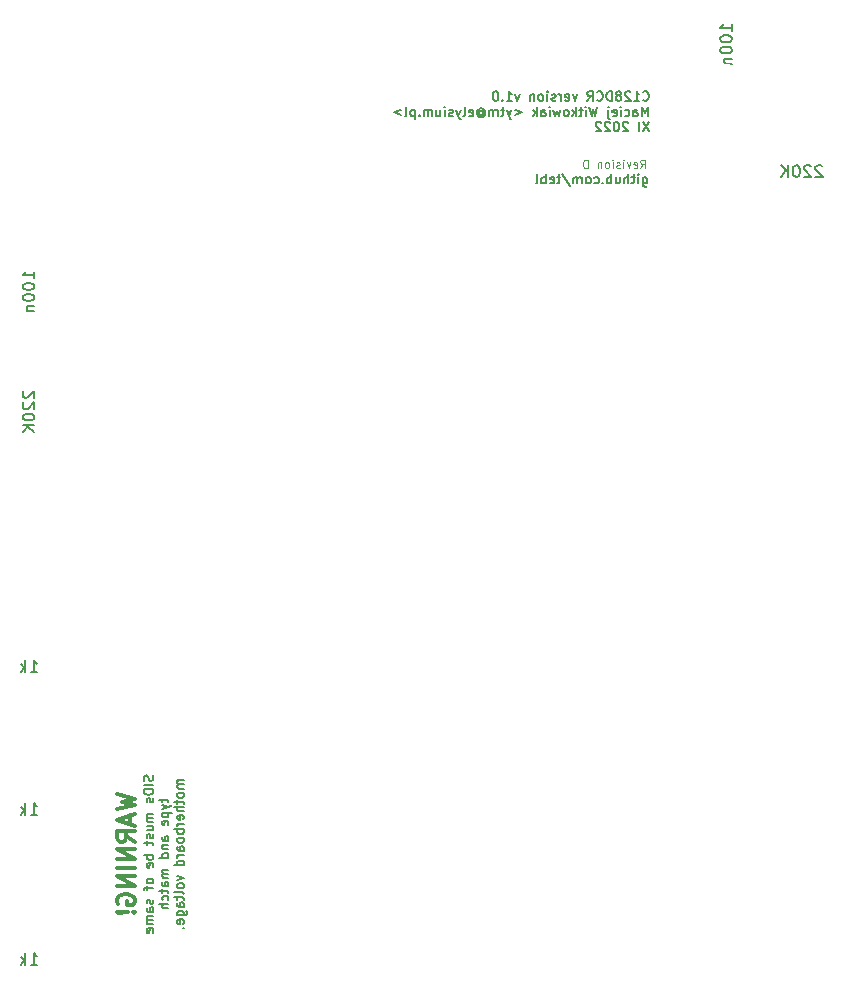
<source format=gbo>
G04 #@! TF.GenerationSoftware,KiCad,Pcbnew,(6.0.5)*
G04 #@! TF.CreationDate,2023-01-02T22:47:37+01:00*
G04 #@! TF.ProjectId,C128DCR Dual SID,43313238-4443-4522-9044-75616c205349,D*
G04 #@! TF.SameCoordinates,Original*
G04 #@! TF.FileFunction,Legend,Bot*
G04 #@! TF.FilePolarity,Positive*
%FSLAX46Y46*%
G04 Gerber Fmt 4.6, Leading zero omitted, Abs format (unit mm)*
G04 Created by KiCad (PCBNEW (6.0.5)) date 2023-01-02 22:47:37*
%MOMM*%
%LPD*%
G01*
G04 APERTURE LIST*
%ADD10C,0.150000*%
%ADD11C,0.300000*%
%ADD12C,0.100000*%
%ADD13R,1.600000X1.600000*%
%ADD14O,1.600000X1.600000*%
%ADD15C,1.600000*%
%ADD16R,1.700000X1.700000*%
%ADD17O,1.700000X1.700000*%
%ADD18C,2.340000*%
%ADD19C,2.500000*%
G04 APERTURE END LIST*
D10*
X155453809Y-83013571D02*
X155453809Y-83661190D01*
X155491904Y-83737380D01*
X155530000Y-83775476D01*
X155606190Y-83813571D01*
X155720476Y-83813571D01*
X155796666Y-83775476D01*
X155453809Y-83508809D02*
X155530000Y-83546904D01*
X155682380Y-83546904D01*
X155758571Y-83508809D01*
X155796666Y-83470714D01*
X155834761Y-83394523D01*
X155834761Y-83165952D01*
X155796666Y-83089761D01*
X155758571Y-83051666D01*
X155682380Y-83013571D01*
X155530000Y-83013571D01*
X155453809Y-83051666D01*
X155072857Y-83546904D02*
X155072857Y-83013571D01*
X155072857Y-82746904D02*
X155110952Y-82785000D01*
X155072857Y-82823095D01*
X155034761Y-82785000D01*
X155072857Y-82746904D01*
X155072857Y-82823095D01*
X154806190Y-83013571D02*
X154501428Y-83013571D01*
X154691904Y-82746904D02*
X154691904Y-83432619D01*
X154653809Y-83508809D01*
X154577619Y-83546904D01*
X154501428Y-83546904D01*
X154234761Y-83546904D02*
X154234761Y-82746904D01*
X153891904Y-83546904D02*
X153891904Y-83127857D01*
X153930000Y-83051666D01*
X154006190Y-83013571D01*
X154120476Y-83013571D01*
X154196666Y-83051666D01*
X154234761Y-83089761D01*
X153168095Y-83013571D02*
X153168095Y-83546904D01*
X153510952Y-83013571D02*
X153510952Y-83432619D01*
X153472857Y-83508809D01*
X153396666Y-83546904D01*
X153282380Y-83546904D01*
X153206190Y-83508809D01*
X153168095Y-83470714D01*
X152787142Y-83546904D02*
X152787142Y-82746904D01*
X152787142Y-83051666D02*
X152710952Y-83013571D01*
X152558571Y-83013571D01*
X152482380Y-83051666D01*
X152444285Y-83089761D01*
X152406190Y-83165952D01*
X152406190Y-83394523D01*
X152444285Y-83470714D01*
X152482380Y-83508809D01*
X152558571Y-83546904D01*
X152710952Y-83546904D01*
X152787142Y-83508809D01*
X152063333Y-83470714D02*
X152025238Y-83508809D01*
X152063333Y-83546904D01*
X152101428Y-83508809D01*
X152063333Y-83470714D01*
X152063333Y-83546904D01*
X151339523Y-83508809D02*
X151415714Y-83546904D01*
X151568095Y-83546904D01*
X151644285Y-83508809D01*
X151682380Y-83470714D01*
X151720476Y-83394523D01*
X151720476Y-83165952D01*
X151682380Y-83089761D01*
X151644285Y-83051666D01*
X151568095Y-83013571D01*
X151415714Y-83013571D01*
X151339523Y-83051666D01*
X150882380Y-83546904D02*
X150958571Y-83508809D01*
X150996666Y-83470714D01*
X151034761Y-83394523D01*
X151034761Y-83165952D01*
X150996666Y-83089761D01*
X150958571Y-83051666D01*
X150882380Y-83013571D01*
X150768095Y-83013571D01*
X150691904Y-83051666D01*
X150653809Y-83089761D01*
X150615714Y-83165952D01*
X150615714Y-83394523D01*
X150653809Y-83470714D01*
X150691904Y-83508809D01*
X150768095Y-83546904D01*
X150882380Y-83546904D01*
X150272857Y-83546904D02*
X150272857Y-83013571D01*
X150272857Y-83089761D02*
X150234761Y-83051666D01*
X150158571Y-83013571D01*
X150044285Y-83013571D01*
X149968095Y-83051666D01*
X149930000Y-83127857D01*
X149930000Y-83546904D01*
X149930000Y-83127857D02*
X149891904Y-83051666D01*
X149815714Y-83013571D01*
X149701428Y-83013571D01*
X149625238Y-83051666D01*
X149587142Y-83127857D01*
X149587142Y-83546904D01*
X148634761Y-82708809D02*
X149320476Y-83737380D01*
X148482380Y-83013571D02*
X148177619Y-83013571D01*
X148368095Y-82746904D02*
X148368095Y-83432619D01*
X148330000Y-83508809D01*
X148253809Y-83546904D01*
X148177619Y-83546904D01*
X147606190Y-83508809D02*
X147682380Y-83546904D01*
X147834761Y-83546904D01*
X147910952Y-83508809D01*
X147949047Y-83432619D01*
X147949047Y-83127857D01*
X147910952Y-83051666D01*
X147834761Y-83013571D01*
X147682380Y-83013571D01*
X147606190Y-83051666D01*
X147568095Y-83127857D01*
X147568095Y-83204047D01*
X147949047Y-83280238D01*
X147225238Y-83546904D02*
X147225238Y-82746904D01*
X147225238Y-83051666D02*
X147149047Y-83013571D01*
X146996666Y-83013571D01*
X146920476Y-83051666D01*
X146882380Y-83089761D01*
X146844285Y-83165952D01*
X146844285Y-83394523D01*
X146882380Y-83470714D01*
X146920476Y-83508809D01*
X146996666Y-83546904D01*
X147149047Y-83546904D01*
X147225238Y-83508809D01*
X146387142Y-83546904D02*
X146463333Y-83508809D01*
X146501428Y-83432619D01*
X146501428Y-82746904D01*
D11*
X110938571Y-135263571D02*
X112438571Y-135620714D01*
X111367142Y-135906428D01*
X112438571Y-136192142D01*
X110938571Y-136549285D01*
X112010000Y-137049285D02*
X112010000Y-137763571D01*
X112438571Y-136906428D02*
X110938571Y-137406428D01*
X112438571Y-137906428D01*
X112438571Y-139263571D02*
X111724285Y-138763571D01*
X112438571Y-138406428D02*
X110938571Y-138406428D01*
X110938571Y-138977857D01*
X111010000Y-139120714D01*
X111081428Y-139192142D01*
X111224285Y-139263571D01*
X111438571Y-139263571D01*
X111581428Y-139192142D01*
X111652857Y-139120714D01*
X111724285Y-138977857D01*
X111724285Y-138406428D01*
X112438571Y-139906428D02*
X110938571Y-139906428D01*
X112438571Y-140763571D01*
X110938571Y-140763571D01*
X112438571Y-141477857D02*
X110938571Y-141477857D01*
X112438571Y-142192142D02*
X110938571Y-142192142D01*
X112438571Y-143049285D01*
X110938571Y-143049285D01*
X111010000Y-144549285D02*
X110938571Y-144406428D01*
X110938571Y-144192142D01*
X111010000Y-143977857D01*
X111152857Y-143835000D01*
X111295714Y-143763571D01*
X111581428Y-143692142D01*
X111795714Y-143692142D01*
X112081428Y-143763571D01*
X112224285Y-143835000D01*
X112367142Y-143977857D01*
X112438571Y-144192142D01*
X112438571Y-144335000D01*
X112367142Y-144549285D01*
X112295714Y-144620714D01*
X111795714Y-144620714D01*
X111795714Y-144335000D01*
X112295714Y-145263571D02*
X112367142Y-145335000D01*
X112438571Y-145263571D01*
X112367142Y-145192142D01*
X112295714Y-145263571D01*
X112438571Y-145263571D01*
X111867142Y-145263571D02*
X111010000Y-145192142D01*
X110938571Y-145263571D01*
X111010000Y-145335000D01*
X111867142Y-145263571D01*
X110938571Y-145263571D01*
D12*
X155251666Y-82231666D02*
X155485000Y-81898333D01*
X155651666Y-82231666D02*
X155651666Y-81531666D01*
X155385000Y-81531666D01*
X155318333Y-81565000D01*
X155285000Y-81598333D01*
X155251666Y-81665000D01*
X155251666Y-81765000D01*
X155285000Y-81831666D01*
X155318333Y-81865000D01*
X155385000Y-81898333D01*
X155651666Y-81898333D01*
X154685000Y-82198333D02*
X154751666Y-82231666D01*
X154885000Y-82231666D01*
X154951666Y-82198333D01*
X154985000Y-82131666D01*
X154985000Y-81865000D01*
X154951666Y-81798333D01*
X154885000Y-81765000D01*
X154751666Y-81765000D01*
X154685000Y-81798333D01*
X154651666Y-81865000D01*
X154651666Y-81931666D01*
X154985000Y-81998333D01*
X154418333Y-81765000D02*
X154251666Y-82231666D01*
X154085000Y-81765000D01*
X153818333Y-82231666D02*
X153818333Y-81765000D01*
X153818333Y-81531666D02*
X153851666Y-81565000D01*
X153818333Y-81598333D01*
X153785000Y-81565000D01*
X153818333Y-81531666D01*
X153818333Y-81598333D01*
X153518333Y-82198333D02*
X153451666Y-82231666D01*
X153318333Y-82231666D01*
X153251666Y-82198333D01*
X153218333Y-82131666D01*
X153218333Y-82098333D01*
X153251666Y-82031666D01*
X153318333Y-81998333D01*
X153418333Y-81998333D01*
X153485000Y-81965000D01*
X153518333Y-81898333D01*
X153518333Y-81865000D01*
X153485000Y-81798333D01*
X153418333Y-81765000D01*
X153318333Y-81765000D01*
X153251666Y-81798333D01*
X152918333Y-82231666D02*
X152918333Y-81765000D01*
X152918333Y-81531666D02*
X152951666Y-81565000D01*
X152918333Y-81598333D01*
X152885000Y-81565000D01*
X152918333Y-81531666D01*
X152918333Y-81598333D01*
X152485000Y-82231666D02*
X152551666Y-82198333D01*
X152585000Y-82165000D01*
X152618333Y-82098333D01*
X152618333Y-81898333D01*
X152585000Y-81831666D01*
X152551666Y-81798333D01*
X152485000Y-81765000D01*
X152385000Y-81765000D01*
X152318333Y-81798333D01*
X152285000Y-81831666D01*
X152251666Y-81898333D01*
X152251666Y-82098333D01*
X152285000Y-82165000D01*
X152318333Y-82198333D01*
X152385000Y-82231666D01*
X152485000Y-82231666D01*
X151951666Y-81765000D02*
X151951666Y-82231666D01*
X151951666Y-81831666D02*
X151918333Y-81798333D01*
X151851666Y-81765000D01*
X151751666Y-81765000D01*
X151685000Y-81798333D01*
X151651666Y-81865000D01*
X151651666Y-82231666D01*
X150785000Y-82231666D02*
X150785000Y-81531666D01*
X150618333Y-81531666D01*
X150518333Y-81565000D01*
X150451666Y-81631666D01*
X150418333Y-81698333D01*
X150385000Y-81831666D01*
X150385000Y-81931666D01*
X150418333Y-82065000D01*
X150451666Y-82131666D01*
X150518333Y-82198333D01*
X150618333Y-82231666D01*
X150785000Y-82231666D01*
D10*
X155464880Y-76467714D02*
X155502976Y-76505809D01*
X155617261Y-76543904D01*
X155693452Y-76543904D01*
X155807738Y-76505809D01*
X155883928Y-76429619D01*
X155922023Y-76353428D01*
X155960119Y-76201047D01*
X155960119Y-76086761D01*
X155922023Y-75934380D01*
X155883928Y-75858190D01*
X155807738Y-75782000D01*
X155693452Y-75743904D01*
X155617261Y-75743904D01*
X155502976Y-75782000D01*
X155464880Y-75820095D01*
X154702976Y-76543904D02*
X155160119Y-76543904D01*
X154931547Y-76543904D02*
X154931547Y-75743904D01*
X155007738Y-75858190D01*
X155083928Y-75934380D01*
X155160119Y-75972476D01*
X154398214Y-75820095D02*
X154360119Y-75782000D01*
X154283928Y-75743904D01*
X154093452Y-75743904D01*
X154017261Y-75782000D01*
X153979166Y-75820095D01*
X153941071Y-75896285D01*
X153941071Y-75972476D01*
X153979166Y-76086761D01*
X154436309Y-76543904D01*
X153941071Y-76543904D01*
X153483928Y-76086761D02*
X153560119Y-76048666D01*
X153598214Y-76010571D01*
X153636309Y-75934380D01*
X153636309Y-75896285D01*
X153598214Y-75820095D01*
X153560119Y-75782000D01*
X153483928Y-75743904D01*
X153331547Y-75743904D01*
X153255357Y-75782000D01*
X153217261Y-75820095D01*
X153179166Y-75896285D01*
X153179166Y-75934380D01*
X153217261Y-76010571D01*
X153255357Y-76048666D01*
X153331547Y-76086761D01*
X153483928Y-76086761D01*
X153560119Y-76124857D01*
X153598214Y-76162952D01*
X153636309Y-76239142D01*
X153636309Y-76391523D01*
X153598214Y-76467714D01*
X153560119Y-76505809D01*
X153483928Y-76543904D01*
X153331547Y-76543904D01*
X153255357Y-76505809D01*
X153217261Y-76467714D01*
X153179166Y-76391523D01*
X153179166Y-76239142D01*
X153217261Y-76162952D01*
X153255357Y-76124857D01*
X153331547Y-76086761D01*
X152836309Y-76543904D02*
X152836309Y-75743904D01*
X152645833Y-75743904D01*
X152531547Y-75782000D01*
X152455357Y-75858190D01*
X152417261Y-75934380D01*
X152379166Y-76086761D01*
X152379166Y-76201047D01*
X152417261Y-76353428D01*
X152455357Y-76429619D01*
X152531547Y-76505809D01*
X152645833Y-76543904D01*
X152836309Y-76543904D01*
X151579166Y-76467714D02*
X151617261Y-76505809D01*
X151731547Y-76543904D01*
X151807738Y-76543904D01*
X151922023Y-76505809D01*
X151998214Y-76429619D01*
X152036309Y-76353428D01*
X152074404Y-76201047D01*
X152074404Y-76086761D01*
X152036309Y-75934380D01*
X151998214Y-75858190D01*
X151922023Y-75782000D01*
X151807738Y-75743904D01*
X151731547Y-75743904D01*
X151617261Y-75782000D01*
X151579166Y-75820095D01*
X150779166Y-76543904D02*
X151045833Y-76162952D01*
X151236309Y-76543904D02*
X151236309Y-75743904D01*
X150931547Y-75743904D01*
X150855357Y-75782000D01*
X150817261Y-75820095D01*
X150779166Y-75896285D01*
X150779166Y-76010571D01*
X150817261Y-76086761D01*
X150855357Y-76124857D01*
X150931547Y-76162952D01*
X151236309Y-76162952D01*
X149902976Y-76010571D02*
X149712500Y-76543904D01*
X149522023Y-76010571D01*
X148912500Y-76505809D02*
X148988690Y-76543904D01*
X149141071Y-76543904D01*
X149217261Y-76505809D01*
X149255357Y-76429619D01*
X149255357Y-76124857D01*
X149217261Y-76048666D01*
X149141071Y-76010571D01*
X148988690Y-76010571D01*
X148912500Y-76048666D01*
X148874404Y-76124857D01*
X148874404Y-76201047D01*
X149255357Y-76277238D01*
X148531547Y-76543904D02*
X148531547Y-76010571D01*
X148531547Y-76162952D02*
X148493452Y-76086761D01*
X148455357Y-76048666D01*
X148379166Y-76010571D01*
X148302976Y-76010571D01*
X148074404Y-76505809D02*
X147998214Y-76543904D01*
X147845833Y-76543904D01*
X147769642Y-76505809D01*
X147731547Y-76429619D01*
X147731547Y-76391523D01*
X147769642Y-76315333D01*
X147845833Y-76277238D01*
X147960119Y-76277238D01*
X148036309Y-76239142D01*
X148074404Y-76162952D01*
X148074404Y-76124857D01*
X148036309Y-76048666D01*
X147960119Y-76010571D01*
X147845833Y-76010571D01*
X147769642Y-76048666D01*
X147388690Y-76543904D02*
X147388690Y-76010571D01*
X147388690Y-75743904D02*
X147426785Y-75782000D01*
X147388690Y-75820095D01*
X147350595Y-75782000D01*
X147388690Y-75743904D01*
X147388690Y-75820095D01*
X146893452Y-76543904D02*
X146969642Y-76505809D01*
X147007738Y-76467714D01*
X147045833Y-76391523D01*
X147045833Y-76162952D01*
X147007738Y-76086761D01*
X146969642Y-76048666D01*
X146893452Y-76010571D01*
X146779166Y-76010571D01*
X146702976Y-76048666D01*
X146664880Y-76086761D01*
X146626785Y-76162952D01*
X146626785Y-76391523D01*
X146664880Y-76467714D01*
X146702976Y-76505809D01*
X146779166Y-76543904D01*
X146893452Y-76543904D01*
X146283928Y-76010571D02*
X146283928Y-76543904D01*
X146283928Y-76086761D02*
X146245833Y-76048666D01*
X146169642Y-76010571D01*
X146055357Y-76010571D01*
X145979166Y-76048666D01*
X145941071Y-76124857D01*
X145941071Y-76543904D01*
X145026785Y-76010571D02*
X144836309Y-76543904D01*
X144645833Y-76010571D01*
X143922023Y-76543904D02*
X144379166Y-76543904D01*
X144150595Y-76543904D02*
X144150595Y-75743904D01*
X144226785Y-75858190D01*
X144302976Y-75934380D01*
X144379166Y-75972476D01*
X143579166Y-76467714D02*
X143541071Y-76505809D01*
X143579166Y-76543904D01*
X143617261Y-76505809D01*
X143579166Y-76467714D01*
X143579166Y-76543904D01*
X143045833Y-75743904D02*
X142969642Y-75743904D01*
X142893452Y-75782000D01*
X142855357Y-75820095D01*
X142817261Y-75896285D01*
X142779166Y-76048666D01*
X142779166Y-76239142D01*
X142817261Y-76391523D01*
X142855357Y-76467714D01*
X142893452Y-76505809D01*
X142969642Y-76543904D01*
X143045833Y-76543904D01*
X143122023Y-76505809D01*
X143160119Y-76467714D01*
X143198214Y-76391523D01*
X143236309Y-76239142D01*
X143236309Y-76048666D01*
X143198214Y-75896285D01*
X143160119Y-75820095D01*
X143122023Y-75782000D01*
X143045833Y-75743904D01*
X155922023Y-77831904D02*
X155922023Y-77031904D01*
X155655357Y-77603333D01*
X155388690Y-77031904D01*
X155388690Y-77831904D01*
X154664880Y-77831904D02*
X154664880Y-77412857D01*
X154702976Y-77336666D01*
X154779166Y-77298571D01*
X154931547Y-77298571D01*
X155007738Y-77336666D01*
X154664880Y-77793809D02*
X154741071Y-77831904D01*
X154931547Y-77831904D01*
X155007738Y-77793809D01*
X155045833Y-77717619D01*
X155045833Y-77641428D01*
X155007738Y-77565238D01*
X154931547Y-77527142D01*
X154741071Y-77527142D01*
X154664880Y-77489047D01*
X153941071Y-77793809D02*
X154017261Y-77831904D01*
X154169642Y-77831904D01*
X154245833Y-77793809D01*
X154283928Y-77755714D01*
X154322023Y-77679523D01*
X154322023Y-77450952D01*
X154283928Y-77374761D01*
X154245833Y-77336666D01*
X154169642Y-77298571D01*
X154017261Y-77298571D01*
X153941071Y-77336666D01*
X153598214Y-77831904D02*
X153598214Y-77298571D01*
X153598214Y-77031904D02*
X153636309Y-77070000D01*
X153598214Y-77108095D01*
X153560119Y-77070000D01*
X153598214Y-77031904D01*
X153598214Y-77108095D01*
X152912500Y-77793809D02*
X152988690Y-77831904D01*
X153141071Y-77831904D01*
X153217261Y-77793809D01*
X153255357Y-77717619D01*
X153255357Y-77412857D01*
X153217261Y-77336666D01*
X153141071Y-77298571D01*
X152988690Y-77298571D01*
X152912500Y-77336666D01*
X152874404Y-77412857D01*
X152874404Y-77489047D01*
X153255357Y-77565238D01*
X152531547Y-77298571D02*
X152531547Y-77984285D01*
X152569642Y-78060476D01*
X152645833Y-78098571D01*
X152683928Y-78098571D01*
X152531547Y-77031904D02*
X152569642Y-77070000D01*
X152531547Y-77108095D01*
X152493452Y-77070000D01*
X152531547Y-77031904D01*
X152531547Y-77108095D01*
X151617261Y-77031904D02*
X151426785Y-77831904D01*
X151274404Y-77260476D01*
X151122023Y-77831904D01*
X150931547Y-77031904D01*
X150626785Y-77831904D02*
X150626785Y-77298571D01*
X150626785Y-77031904D02*
X150664880Y-77070000D01*
X150626785Y-77108095D01*
X150588690Y-77070000D01*
X150626785Y-77031904D01*
X150626785Y-77108095D01*
X150360119Y-77298571D02*
X150055357Y-77298571D01*
X150245833Y-77031904D02*
X150245833Y-77717619D01*
X150207738Y-77793809D01*
X150131547Y-77831904D01*
X150055357Y-77831904D01*
X149788690Y-77831904D02*
X149788690Y-77031904D01*
X149712500Y-77527142D02*
X149483928Y-77831904D01*
X149483928Y-77298571D02*
X149788690Y-77603333D01*
X149026785Y-77831904D02*
X149102976Y-77793809D01*
X149141071Y-77755714D01*
X149179166Y-77679523D01*
X149179166Y-77450952D01*
X149141071Y-77374761D01*
X149102976Y-77336666D01*
X149026785Y-77298571D01*
X148912500Y-77298571D01*
X148836309Y-77336666D01*
X148798214Y-77374761D01*
X148760119Y-77450952D01*
X148760119Y-77679523D01*
X148798214Y-77755714D01*
X148836309Y-77793809D01*
X148912500Y-77831904D01*
X149026785Y-77831904D01*
X148493452Y-77298571D02*
X148341071Y-77831904D01*
X148188690Y-77450952D01*
X148036309Y-77831904D01*
X147883928Y-77298571D01*
X147579166Y-77831904D02*
X147579166Y-77298571D01*
X147579166Y-77031904D02*
X147617261Y-77070000D01*
X147579166Y-77108095D01*
X147541071Y-77070000D01*
X147579166Y-77031904D01*
X147579166Y-77108095D01*
X146855357Y-77831904D02*
X146855357Y-77412857D01*
X146893452Y-77336666D01*
X146969642Y-77298571D01*
X147122023Y-77298571D01*
X147198214Y-77336666D01*
X146855357Y-77793809D02*
X146931547Y-77831904D01*
X147122023Y-77831904D01*
X147198214Y-77793809D01*
X147236309Y-77717619D01*
X147236309Y-77641428D01*
X147198214Y-77565238D01*
X147122023Y-77527142D01*
X146931547Y-77527142D01*
X146855357Y-77489047D01*
X146474404Y-77831904D02*
X146474404Y-77031904D01*
X146398214Y-77527142D02*
X146169642Y-77831904D01*
X146169642Y-77298571D02*
X146474404Y-77603333D01*
X144607738Y-77298571D02*
X145217261Y-77527142D01*
X144607738Y-77755714D01*
X144302976Y-77298571D02*
X144112500Y-77831904D01*
X143922023Y-77298571D02*
X144112500Y-77831904D01*
X144188690Y-78022380D01*
X144226785Y-78060476D01*
X144302976Y-78098571D01*
X143731547Y-77298571D02*
X143426785Y-77298571D01*
X143617261Y-77031904D02*
X143617261Y-77717619D01*
X143579166Y-77793809D01*
X143502976Y-77831904D01*
X143426785Y-77831904D01*
X143160119Y-77831904D02*
X143160119Y-77298571D01*
X143160119Y-77374761D02*
X143122023Y-77336666D01*
X143045833Y-77298571D01*
X142931547Y-77298571D01*
X142855357Y-77336666D01*
X142817261Y-77412857D01*
X142817261Y-77831904D01*
X142817261Y-77412857D02*
X142779166Y-77336666D01*
X142702976Y-77298571D01*
X142588690Y-77298571D01*
X142512500Y-77336666D01*
X142474404Y-77412857D01*
X142474404Y-77831904D01*
X141598214Y-77450952D02*
X141636309Y-77412857D01*
X141712500Y-77374761D01*
X141788690Y-77374761D01*
X141864880Y-77412857D01*
X141902976Y-77450952D01*
X141941071Y-77527142D01*
X141941071Y-77603333D01*
X141902976Y-77679523D01*
X141864880Y-77717619D01*
X141788690Y-77755714D01*
X141712500Y-77755714D01*
X141636309Y-77717619D01*
X141598214Y-77679523D01*
X141598214Y-77374761D02*
X141598214Y-77679523D01*
X141560119Y-77717619D01*
X141522023Y-77717619D01*
X141445833Y-77679523D01*
X141407738Y-77603333D01*
X141407738Y-77412857D01*
X141483928Y-77298571D01*
X141598214Y-77222380D01*
X141750595Y-77184285D01*
X141902976Y-77222380D01*
X142017261Y-77298571D01*
X142093452Y-77412857D01*
X142131547Y-77565238D01*
X142093452Y-77717619D01*
X142017261Y-77831904D01*
X141902976Y-77908095D01*
X141750595Y-77946190D01*
X141598214Y-77908095D01*
X141483928Y-77831904D01*
X140760119Y-77793809D02*
X140836309Y-77831904D01*
X140988690Y-77831904D01*
X141064880Y-77793809D01*
X141102976Y-77717619D01*
X141102976Y-77412857D01*
X141064880Y-77336666D01*
X140988690Y-77298571D01*
X140836309Y-77298571D01*
X140760119Y-77336666D01*
X140722023Y-77412857D01*
X140722023Y-77489047D01*
X141102976Y-77565238D01*
X140264880Y-77831904D02*
X140341071Y-77793809D01*
X140379166Y-77717619D01*
X140379166Y-77031904D01*
X140036309Y-77298571D02*
X139845833Y-77831904D01*
X139655357Y-77298571D02*
X139845833Y-77831904D01*
X139922023Y-78022380D01*
X139960119Y-78060476D01*
X140036309Y-78098571D01*
X139388690Y-77793809D02*
X139312500Y-77831904D01*
X139160119Y-77831904D01*
X139083928Y-77793809D01*
X139045833Y-77717619D01*
X139045833Y-77679523D01*
X139083928Y-77603333D01*
X139160119Y-77565238D01*
X139274404Y-77565238D01*
X139350595Y-77527142D01*
X139388690Y-77450952D01*
X139388690Y-77412857D01*
X139350595Y-77336666D01*
X139274404Y-77298571D01*
X139160119Y-77298571D01*
X139083928Y-77336666D01*
X138702976Y-77831904D02*
X138702976Y-77298571D01*
X138702976Y-77031904D02*
X138741071Y-77070000D01*
X138702976Y-77108095D01*
X138664880Y-77070000D01*
X138702976Y-77031904D01*
X138702976Y-77108095D01*
X137979166Y-77298571D02*
X137979166Y-77831904D01*
X138322023Y-77298571D02*
X138322023Y-77717619D01*
X138283928Y-77793809D01*
X138207738Y-77831904D01*
X138093452Y-77831904D01*
X138017261Y-77793809D01*
X137979166Y-77755714D01*
X137598214Y-77831904D02*
X137598214Y-77298571D01*
X137598214Y-77374761D02*
X137560119Y-77336666D01*
X137483928Y-77298571D01*
X137369642Y-77298571D01*
X137293452Y-77336666D01*
X137255357Y-77412857D01*
X137255357Y-77831904D01*
X137255357Y-77412857D02*
X137217261Y-77336666D01*
X137141071Y-77298571D01*
X137026785Y-77298571D01*
X136950595Y-77336666D01*
X136912500Y-77412857D01*
X136912500Y-77831904D01*
X136531547Y-77755714D02*
X136493452Y-77793809D01*
X136531547Y-77831904D01*
X136569642Y-77793809D01*
X136531547Y-77755714D01*
X136531547Y-77831904D01*
X136150595Y-77298571D02*
X136150595Y-78098571D01*
X136150595Y-77336666D02*
X136074404Y-77298571D01*
X135922023Y-77298571D01*
X135845833Y-77336666D01*
X135807738Y-77374761D01*
X135769642Y-77450952D01*
X135769642Y-77679523D01*
X135807738Y-77755714D01*
X135845833Y-77793809D01*
X135922023Y-77831904D01*
X136074404Y-77831904D01*
X136150595Y-77793809D01*
X135312500Y-77831904D02*
X135388690Y-77793809D01*
X135426785Y-77717619D01*
X135426785Y-77031904D01*
X135007738Y-77298571D02*
X134398214Y-77527142D01*
X135007738Y-77755714D01*
X155998214Y-78319904D02*
X155464880Y-79119904D01*
X155464880Y-78319904D02*
X155998214Y-79119904D01*
X155160119Y-79119904D02*
X155160119Y-78319904D01*
X154207738Y-78396095D02*
X154169642Y-78358000D01*
X154093452Y-78319904D01*
X153902976Y-78319904D01*
X153826785Y-78358000D01*
X153788690Y-78396095D01*
X153750595Y-78472285D01*
X153750595Y-78548476D01*
X153788690Y-78662761D01*
X154245833Y-79119904D01*
X153750595Y-79119904D01*
X153255357Y-78319904D02*
X153179166Y-78319904D01*
X153102976Y-78358000D01*
X153064880Y-78396095D01*
X153026785Y-78472285D01*
X152988690Y-78624666D01*
X152988690Y-78815142D01*
X153026785Y-78967523D01*
X153064880Y-79043714D01*
X153102976Y-79081809D01*
X153179166Y-79119904D01*
X153255357Y-79119904D01*
X153331547Y-79081809D01*
X153369642Y-79043714D01*
X153407738Y-78967523D01*
X153445833Y-78815142D01*
X153445833Y-78624666D01*
X153407738Y-78472285D01*
X153369642Y-78396095D01*
X153331547Y-78358000D01*
X153255357Y-78319904D01*
X152683928Y-78396095D02*
X152645833Y-78358000D01*
X152569642Y-78319904D01*
X152379166Y-78319904D01*
X152302976Y-78358000D01*
X152264880Y-78396095D01*
X152226785Y-78472285D01*
X152226785Y-78548476D01*
X152264880Y-78662761D01*
X152722023Y-79119904D01*
X152226785Y-79119904D01*
X151922023Y-78396095D02*
X151883928Y-78358000D01*
X151807738Y-78319904D01*
X151617261Y-78319904D01*
X151541071Y-78358000D01*
X151502976Y-78396095D01*
X151464880Y-78472285D01*
X151464880Y-78548476D01*
X151502976Y-78662761D01*
X151960119Y-79119904D01*
X151464880Y-79119904D01*
X113970809Y-133668333D02*
X114008904Y-133782619D01*
X114008904Y-133973095D01*
X113970809Y-134049285D01*
X113932714Y-134087380D01*
X113856523Y-134125476D01*
X113780333Y-134125476D01*
X113704142Y-134087380D01*
X113666047Y-134049285D01*
X113627952Y-133973095D01*
X113589857Y-133820714D01*
X113551761Y-133744523D01*
X113513666Y-133706428D01*
X113437476Y-133668333D01*
X113361285Y-133668333D01*
X113285095Y-133706428D01*
X113247000Y-133744523D01*
X113208904Y-133820714D01*
X113208904Y-134011190D01*
X113247000Y-134125476D01*
X114008904Y-134468333D02*
X113208904Y-134468333D01*
X114008904Y-134849285D02*
X113208904Y-134849285D01*
X113208904Y-135039761D01*
X113247000Y-135154047D01*
X113323190Y-135230238D01*
X113399380Y-135268333D01*
X113551761Y-135306428D01*
X113666047Y-135306428D01*
X113818428Y-135268333D01*
X113894619Y-135230238D01*
X113970809Y-135154047D01*
X114008904Y-135039761D01*
X114008904Y-134849285D01*
X113970809Y-135611190D02*
X114008904Y-135687380D01*
X114008904Y-135839761D01*
X113970809Y-135915952D01*
X113894619Y-135954047D01*
X113856523Y-135954047D01*
X113780333Y-135915952D01*
X113742238Y-135839761D01*
X113742238Y-135725476D01*
X113704142Y-135649285D01*
X113627952Y-135611190D01*
X113589857Y-135611190D01*
X113513666Y-135649285D01*
X113475571Y-135725476D01*
X113475571Y-135839761D01*
X113513666Y-135915952D01*
X114008904Y-136906428D02*
X113475571Y-136906428D01*
X113551761Y-136906428D02*
X113513666Y-136944523D01*
X113475571Y-137020714D01*
X113475571Y-137135000D01*
X113513666Y-137211190D01*
X113589857Y-137249285D01*
X114008904Y-137249285D01*
X113589857Y-137249285D02*
X113513666Y-137287380D01*
X113475571Y-137363571D01*
X113475571Y-137477857D01*
X113513666Y-137554047D01*
X113589857Y-137592142D01*
X114008904Y-137592142D01*
X113475571Y-138315952D02*
X114008904Y-138315952D01*
X113475571Y-137973095D02*
X113894619Y-137973095D01*
X113970809Y-138011190D01*
X114008904Y-138087380D01*
X114008904Y-138201666D01*
X113970809Y-138277857D01*
X113932714Y-138315952D01*
X113970809Y-138658809D02*
X114008904Y-138735000D01*
X114008904Y-138887380D01*
X113970809Y-138963571D01*
X113894619Y-139001666D01*
X113856523Y-139001666D01*
X113780333Y-138963571D01*
X113742238Y-138887380D01*
X113742238Y-138773095D01*
X113704142Y-138696904D01*
X113627952Y-138658809D01*
X113589857Y-138658809D01*
X113513666Y-138696904D01*
X113475571Y-138773095D01*
X113475571Y-138887380D01*
X113513666Y-138963571D01*
X113475571Y-139230238D02*
X113475571Y-139535000D01*
X113208904Y-139344523D02*
X113894619Y-139344523D01*
X113970809Y-139382619D01*
X114008904Y-139458809D01*
X114008904Y-139535000D01*
X114008904Y-140411190D02*
X113208904Y-140411190D01*
X113513666Y-140411190D02*
X113475571Y-140487380D01*
X113475571Y-140639761D01*
X113513666Y-140715952D01*
X113551761Y-140754047D01*
X113627952Y-140792142D01*
X113856523Y-140792142D01*
X113932714Y-140754047D01*
X113970809Y-140715952D01*
X114008904Y-140639761D01*
X114008904Y-140487380D01*
X113970809Y-140411190D01*
X113970809Y-141439761D02*
X114008904Y-141363571D01*
X114008904Y-141211190D01*
X113970809Y-141135000D01*
X113894619Y-141096904D01*
X113589857Y-141096904D01*
X113513666Y-141135000D01*
X113475571Y-141211190D01*
X113475571Y-141363571D01*
X113513666Y-141439761D01*
X113589857Y-141477857D01*
X113666047Y-141477857D01*
X113742238Y-141096904D01*
X114008904Y-142544523D02*
X113970809Y-142468333D01*
X113932714Y-142430238D01*
X113856523Y-142392142D01*
X113627952Y-142392142D01*
X113551761Y-142430238D01*
X113513666Y-142468333D01*
X113475571Y-142544523D01*
X113475571Y-142658809D01*
X113513666Y-142735000D01*
X113551761Y-142773095D01*
X113627952Y-142811190D01*
X113856523Y-142811190D01*
X113932714Y-142773095D01*
X113970809Y-142735000D01*
X114008904Y-142658809D01*
X114008904Y-142544523D01*
X113475571Y-143039761D02*
X113475571Y-143344523D01*
X114008904Y-143154047D02*
X113323190Y-143154047D01*
X113247000Y-143192142D01*
X113208904Y-143268333D01*
X113208904Y-143344523D01*
X113970809Y-144182619D02*
X114008904Y-144258809D01*
X114008904Y-144411190D01*
X113970809Y-144487380D01*
X113894619Y-144525476D01*
X113856523Y-144525476D01*
X113780333Y-144487380D01*
X113742238Y-144411190D01*
X113742238Y-144296904D01*
X113704142Y-144220714D01*
X113627952Y-144182619D01*
X113589857Y-144182619D01*
X113513666Y-144220714D01*
X113475571Y-144296904D01*
X113475571Y-144411190D01*
X113513666Y-144487380D01*
X114008904Y-145211190D02*
X113589857Y-145211190D01*
X113513666Y-145173095D01*
X113475571Y-145096904D01*
X113475571Y-144944523D01*
X113513666Y-144868333D01*
X113970809Y-145211190D02*
X114008904Y-145135000D01*
X114008904Y-144944523D01*
X113970809Y-144868333D01*
X113894619Y-144830238D01*
X113818428Y-144830238D01*
X113742238Y-144868333D01*
X113704142Y-144944523D01*
X113704142Y-145135000D01*
X113666047Y-145211190D01*
X114008904Y-145592142D02*
X113475571Y-145592142D01*
X113551761Y-145592142D02*
X113513666Y-145630238D01*
X113475571Y-145706428D01*
X113475571Y-145820714D01*
X113513666Y-145896904D01*
X113589857Y-145935000D01*
X114008904Y-145935000D01*
X113589857Y-145935000D02*
X113513666Y-145973095D01*
X113475571Y-146049285D01*
X113475571Y-146163571D01*
X113513666Y-146239761D01*
X113589857Y-146277857D01*
X114008904Y-146277857D01*
X113970809Y-146963571D02*
X114008904Y-146887380D01*
X114008904Y-146735000D01*
X113970809Y-146658809D01*
X113894619Y-146620714D01*
X113589857Y-146620714D01*
X113513666Y-146658809D01*
X113475571Y-146735000D01*
X113475571Y-146887380D01*
X113513666Y-146963571D01*
X113589857Y-147001666D01*
X113666047Y-147001666D01*
X113742238Y-146620714D01*
X114763571Y-135649285D02*
X114763571Y-135954047D01*
X114496904Y-135763571D02*
X115182619Y-135763571D01*
X115258809Y-135801666D01*
X115296904Y-135877857D01*
X115296904Y-135954047D01*
X114763571Y-136144523D02*
X115296904Y-136335000D01*
X114763571Y-136525476D02*
X115296904Y-136335000D01*
X115487380Y-136258809D01*
X115525476Y-136220714D01*
X115563571Y-136144523D01*
X114763571Y-136830238D02*
X115563571Y-136830238D01*
X114801666Y-136830238D02*
X114763571Y-136906428D01*
X114763571Y-137058809D01*
X114801666Y-137135000D01*
X114839761Y-137173095D01*
X114915952Y-137211190D01*
X115144523Y-137211190D01*
X115220714Y-137173095D01*
X115258809Y-137135000D01*
X115296904Y-137058809D01*
X115296904Y-136906428D01*
X115258809Y-136830238D01*
X115258809Y-137858809D02*
X115296904Y-137782619D01*
X115296904Y-137630238D01*
X115258809Y-137554047D01*
X115182619Y-137515952D01*
X114877857Y-137515952D01*
X114801666Y-137554047D01*
X114763571Y-137630238D01*
X114763571Y-137782619D01*
X114801666Y-137858809D01*
X114877857Y-137896904D01*
X114954047Y-137896904D01*
X115030238Y-137515952D01*
X115296904Y-139192142D02*
X114877857Y-139192142D01*
X114801666Y-139154047D01*
X114763571Y-139077857D01*
X114763571Y-138925476D01*
X114801666Y-138849285D01*
X115258809Y-139192142D02*
X115296904Y-139115952D01*
X115296904Y-138925476D01*
X115258809Y-138849285D01*
X115182619Y-138811190D01*
X115106428Y-138811190D01*
X115030238Y-138849285D01*
X114992142Y-138925476D01*
X114992142Y-139115952D01*
X114954047Y-139192142D01*
X114763571Y-139573095D02*
X115296904Y-139573095D01*
X114839761Y-139573095D02*
X114801666Y-139611190D01*
X114763571Y-139687380D01*
X114763571Y-139801666D01*
X114801666Y-139877857D01*
X114877857Y-139915952D01*
X115296904Y-139915952D01*
X115296904Y-140639761D02*
X114496904Y-140639761D01*
X115258809Y-140639761D02*
X115296904Y-140563571D01*
X115296904Y-140411190D01*
X115258809Y-140335000D01*
X115220714Y-140296904D01*
X115144523Y-140258809D01*
X114915952Y-140258809D01*
X114839761Y-140296904D01*
X114801666Y-140335000D01*
X114763571Y-140411190D01*
X114763571Y-140563571D01*
X114801666Y-140639761D01*
X115296904Y-141630238D02*
X114763571Y-141630238D01*
X114839761Y-141630238D02*
X114801666Y-141668333D01*
X114763571Y-141744523D01*
X114763571Y-141858809D01*
X114801666Y-141935000D01*
X114877857Y-141973095D01*
X115296904Y-141973095D01*
X114877857Y-141973095D02*
X114801666Y-142011190D01*
X114763571Y-142087380D01*
X114763571Y-142201666D01*
X114801666Y-142277857D01*
X114877857Y-142315952D01*
X115296904Y-142315952D01*
X115296904Y-143039761D02*
X114877857Y-143039761D01*
X114801666Y-143001666D01*
X114763571Y-142925476D01*
X114763571Y-142773095D01*
X114801666Y-142696904D01*
X115258809Y-143039761D02*
X115296904Y-142963571D01*
X115296904Y-142773095D01*
X115258809Y-142696904D01*
X115182619Y-142658809D01*
X115106428Y-142658809D01*
X115030238Y-142696904D01*
X114992142Y-142773095D01*
X114992142Y-142963571D01*
X114954047Y-143039761D01*
X114763571Y-143306428D02*
X114763571Y-143611190D01*
X114496904Y-143420714D02*
X115182619Y-143420714D01*
X115258809Y-143458809D01*
X115296904Y-143535000D01*
X115296904Y-143611190D01*
X115258809Y-144220714D02*
X115296904Y-144144523D01*
X115296904Y-143992142D01*
X115258809Y-143915952D01*
X115220714Y-143877857D01*
X115144523Y-143839761D01*
X114915952Y-143839761D01*
X114839761Y-143877857D01*
X114801666Y-143915952D01*
X114763571Y-143992142D01*
X114763571Y-144144523D01*
X114801666Y-144220714D01*
X115296904Y-144563571D02*
X114496904Y-144563571D01*
X115296904Y-144906428D02*
X114877857Y-144906428D01*
X114801666Y-144868333D01*
X114763571Y-144792142D01*
X114763571Y-144677857D01*
X114801666Y-144601666D01*
X114839761Y-144563571D01*
X116584904Y-134087380D02*
X116051571Y-134087380D01*
X116127761Y-134087380D02*
X116089666Y-134125476D01*
X116051571Y-134201666D01*
X116051571Y-134315952D01*
X116089666Y-134392142D01*
X116165857Y-134430238D01*
X116584904Y-134430238D01*
X116165857Y-134430238D02*
X116089666Y-134468333D01*
X116051571Y-134544523D01*
X116051571Y-134658809D01*
X116089666Y-134735000D01*
X116165857Y-134773095D01*
X116584904Y-134773095D01*
X116584904Y-135268333D02*
X116546809Y-135192142D01*
X116508714Y-135154047D01*
X116432523Y-135115952D01*
X116203952Y-135115952D01*
X116127761Y-135154047D01*
X116089666Y-135192142D01*
X116051571Y-135268333D01*
X116051571Y-135382619D01*
X116089666Y-135458809D01*
X116127761Y-135496904D01*
X116203952Y-135535000D01*
X116432523Y-135535000D01*
X116508714Y-135496904D01*
X116546809Y-135458809D01*
X116584904Y-135382619D01*
X116584904Y-135268333D01*
X116051571Y-135763571D02*
X116051571Y-136068333D01*
X115784904Y-135877857D02*
X116470619Y-135877857D01*
X116546809Y-135915952D01*
X116584904Y-135992142D01*
X116584904Y-136068333D01*
X116584904Y-136335000D02*
X115784904Y-136335000D01*
X116584904Y-136677857D02*
X116165857Y-136677857D01*
X116089666Y-136639761D01*
X116051571Y-136563571D01*
X116051571Y-136449285D01*
X116089666Y-136373095D01*
X116127761Y-136335000D01*
X116546809Y-137363571D02*
X116584904Y-137287380D01*
X116584904Y-137135000D01*
X116546809Y-137058809D01*
X116470619Y-137020714D01*
X116165857Y-137020714D01*
X116089666Y-137058809D01*
X116051571Y-137135000D01*
X116051571Y-137287380D01*
X116089666Y-137363571D01*
X116165857Y-137401666D01*
X116242047Y-137401666D01*
X116318238Y-137020714D01*
X116584904Y-137744523D02*
X116051571Y-137744523D01*
X116203952Y-137744523D02*
X116127761Y-137782619D01*
X116089666Y-137820714D01*
X116051571Y-137896904D01*
X116051571Y-137973095D01*
X116584904Y-138239761D02*
X115784904Y-138239761D01*
X116089666Y-138239761D02*
X116051571Y-138315952D01*
X116051571Y-138468333D01*
X116089666Y-138544523D01*
X116127761Y-138582619D01*
X116203952Y-138620714D01*
X116432523Y-138620714D01*
X116508714Y-138582619D01*
X116546809Y-138544523D01*
X116584904Y-138468333D01*
X116584904Y-138315952D01*
X116546809Y-138239761D01*
X116584904Y-139077857D02*
X116546809Y-139001666D01*
X116508714Y-138963571D01*
X116432523Y-138925476D01*
X116203952Y-138925476D01*
X116127761Y-138963571D01*
X116089666Y-139001666D01*
X116051571Y-139077857D01*
X116051571Y-139192142D01*
X116089666Y-139268333D01*
X116127761Y-139306428D01*
X116203952Y-139344523D01*
X116432523Y-139344523D01*
X116508714Y-139306428D01*
X116546809Y-139268333D01*
X116584904Y-139192142D01*
X116584904Y-139077857D01*
X116584904Y-140030238D02*
X116165857Y-140030238D01*
X116089666Y-139992142D01*
X116051571Y-139915952D01*
X116051571Y-139763571D01*
X116089666Y-139687380D01*
X116546809Y-140030238D02*
X116584904Y-139954047D01*
X116584904Y-139763571D01*
X116546809Y-139687380D01*
X116470619Y-139649285D01*
X116394428Y-139649285D01*
X116318238Y-139687380D01*
X116280142Y-139763571D01*
X116280142Y-139954047D01*
X116242047Y-140030238D01*
X116584904Y-140411190D02*
X116051571Y-140411190D01*
X116203952Y-140411190D02*
X116127761Y-140449285D01*
X116089666Y-140487380D01*
X116051571Y-140563571D01*
X116051571Y-140639761D01*
X116584904Y-141249285D02*
X115784904Y-141249285D01*
X116546809Y-141249285D02*
X116584904Y-141173095D01*
X116584904Y-141020714D01*
X116546809Y-140944523D01*
X116508714Y-140906428D01*
X116432523Y-140868333D01*
X116203952Y-140868333D01*
X116127761Y-140906428D01*
X116089666Y-140944523D01*
X116051571Y-141020714D01*
X116051571Y-141173095D01*
X116089666Y-141249285D01*
X116051571Y-142163571D02*
X116584904Y-142354047D01*
X116051571Y-142544523D01*
X116584904Y-142963571D02*
X116546809Y-142887380D01*
X116508714Y-142849285D01*
X116432523Y-142811190D01*
X116203952Y-142811190D01*
X116127761Y-142849285D01*
X116089666Y-142887380D01*
X116051571Y-142963571D01*
X116051571Y-143077857D01*
X116089666Y-143154047D01*
X116127761Y-143192142D01*
X116203952Y-143230238D01*
X116432523Y-143230238D01*
X116508714Y-143192142D01*
X116546809Y-143154047D01*
X116584904Y-143077857D01*
X116584904Y-142963571D01*
X116584904Y-143687380D02*
X116546809Y-143611190D01*
X116470619Y-143573095D01*
X115784904Y-143573095D01*
X116051571Y-143877857D02*
X116051571Y-144182619D01*
X115784904Y-143992142D02*
X116470619Y-143992142D01*
X116546809Y-144030238D01*
X116584904Y-144106428D01*
X116584904Y-144182619D01*
X116584904Y-144792142D02*
X116165857Y-144792142D01*
X116089666Y-144754047D01*
X116051571Y-144677857D01*
X116051571Y-144525476D01*
X116089666Y-144449285D01*
X116546809Y-144792142D02*
X116584904Y-144715952D01*
X116584904Y-144525476D01*
X116546809Y-144449285D01*
X116470619Y-144411190D01*
X116394428Y-144411190D01*
X116318238Y-144449285D01*
X116280142Y-144525476D01*
X116280142Y-144715952D01*
X116242047Y-144792142D01*
X116051571Y-145515952D02*
X116699190Y-145515952D01*
X116775380Y-145477857D01*
X116813476Y-145439761D01*
X116851571Y-145363571D01*
X116851571Y-145249285D01*
X116813476Y-145173095D01*
X116546809Y-145515952D02*
X116584904Y-145439761D01*
X116584904Y-145287380D01*
X116546809Y-145211190D01*
X116508714Y-145173095D01*
X116432523Y-145135000D01*
X116203952Y-145135000D01*
X116127761Y-145173095D01*
X116089666Y-145211190D01*
X116051571Y-145287380D01*
X116051571Y-145439761D01*
X116089666Y-145515952D01*
X116546809Y-146201666D02*
X116584904Y-146125476D01*
X116584904Y-145973095D01*
X116546809Y-145896904D01*
X116470619Y-145858809D01*
X116165857Y-145858809D01*
X116089666Y-145896904D01*
X116051571Y-145973095D01*
X116051571Y-146125476D01*
X116089666Y-146201666D01*
X116165857Y-146239761D01*
X116242047Y-146239761D01*
X116318238Y-145858809D01*
X116508714Y-146582619D02*
X116546809Y-146620714D01*
X116584904Y-146582619D01*
X116546809Y-146544523D01*
X116508714Y-146582619D01*
X116584904Y-146582619D01*
X103624047Y-124932380D02*
X104195476Y-124932380D01*
X103909761Y-124932380D02*
X103909761Y-123932380D01*
X104005000Y-124075238D01*
X104100238Y-124170476D01*
X104195476Y-124218095D01*
X103195476Y-124932380D02*
X103195476Y-123932380D01*
X103100238Y-124551428D02*
X102814523Y-124932380D01*
X102814523Y-124265714D02*
X103195476Y-124646666D01*
X103052619Y-101131904D02*
X103005000Y-101179523D01*
X102957380Y-101274761D01*
X102957380Y-101512857D01*
X103005000Y-101608095D01*
X103052619Y-101655714D01*
X103147857Y-101703333D01*
X103243095Y-101703333D01*
X103385952Y-101655714D01*
X103957380Y-101084285D01*
X103957380Y-101703333D01*
X103052619Y-102084285D02*
X103005000Y-102131904D01*
X102957380Y-102227142D01*
X102957380Y-102465238D01*
X103005000Y-102560476D01*
X103052619Y-102608095D01*
X103147857Y-102655714D01*
X103243095Y-102655714D01*
X103385952Y-102608095D01*
X103957380Y-102036666D01*
X103957380Y-102655714D01*
X102957380Y-103274761D02*
X102957380Y-103370000D01*
X103005000Y-103465238D01*
X103052619Y-103512857D01*
X103147857Y-103560476D01*
X103338333Y-103608095D01*
X103576428Y-103608095D01*
X103766904Y-103560476D01*
X103862142Y-103512857D01*
X103909761Y-103465238D01*
X103957380Y-103370000D01*
X103957380Y-103274761D01*
X103909761Y-103179523D01*
X103862142Y-103131904D01*
X103766904Y-103084285D01*
X103576428Y-103036666D01*
X103338333Y-103036666D01*
X103147857Y-103084285D01*
X103052619Y-103131904D01*
X103005000Y-103179523D01*
X102957380Y-103274761D01*
X103957380Y-104036666D02*
X102957380Y-104036666D01*
X103957380Y-104608095D02*
X103385952Y-104179523D01*
X102957380Y-104608095D02*
X103528809Y-104036666D01*
X170648095Y-82097619D02*
X170600476Y-82050000D01*
X170505238Y-82002380D01*
X170267142Y-82002380D01*
X170171904Y-82050000D01*
X170124285Y-82097619D01*
X170076666Y-82192857D01*
X170076666Y-82288095D01*
X170124285Y-82430952D01*
X170695714Y-83002380D01*
X170076666Y-83002380D01*
X169695714Y-82097619D02*
X169648095Y-82050000D01*
X169552857Y-82002380D01*
X169314761Y-82002380D01*
X169219523Y-82050000D01*
X169171904Y-82097619D01*
X169124285Y-82192857D01*
X169124285Y-82288095D01*
X169171904Y-82430952D01*
X169743333Y-83002380D01*
X169124285Y-83002380D01*
X168505238Y-82002380D02*
X168410000Y-82002380D01*
X168314761Y-82050000D01*
X168267142Y-82097619D01*
X168219523Y-82192857D01*
X168171904Y-82383333D01*
X168171904Y-82621428D01*
X168219523Y-82811904D01*
X168267142Y-82907142D01*
X168314761Y-82954761D01*
X168410000Y-83002380D01*
X168505238Y-83002380D01*
X168600476Y-82954761D01*
X168648095Y-82907142D01*
X168695714Y-82811904D01*
X168743333Y-82621428D01*
X168743333Y-82383333D01*
X168695714Y-82192857D01*
X168648095Y-82097619D01*
X168600476Y-82050000D01*
X168505238Y-82002380D01*
X167743333Y-83002380D02*
X167743333Y-82002380D01*
X167171904Y-83002380D02*
X167600476Y-82430952D01*
X167171904Y-82002380D02*
X167743333Y-82573809D01*
X103624047Y-149677380D02*
X104195476Y-149677380D01*
X103909761Y-149677380D02*
X103909761Y-148677380D01*
X104005000Y-148820238D01*
X104100238Y-148915476D01*
X104195476Y-148963095D01*
X103195476Y-149677380D02*
X103195476Y-148677380D01*
X103100238Y-149296428D02*
X102814523Y-149677380D01*
X102814523Y-149010714D02*
X103195476Y-149391666D01*
X103624047Y-136977380D02*
X104195476Y-136977380D01*
X103909761Y-136977380D02*
X103909761Y-135977380D01*
X104005000Y-136120238D01*
X104100238Y-136215476D01*
X104195476Y-136263095D01*
X103195476Y-136977380D02*
X103195476Y-135977380D01*
X103100238Y-136596428D02*
X102814523Y-136977380D01*
X102814523Y-136310714D02*
X103195476Y-136691666D01*
X163012380Y-70635952D02*
X163012380Y-70064523D01*
X163012380Y-70350238D02*
X162012380Y-70350238D01*
X162155238Y-70255000D01*
X162250476Y-70159761D01*
X162298095Y-70064523D01*
X162012380Y-71255000D02*
X162012380Y-71350238D01*
X162060000Y-71445476D01*
X162107619Y-71493095D01*
X162202857Y-71540714D01*
X162393333Y-71588333D01*
X162631428Y-71588333D01*
X162821904Y-71540714D01*
X162917142Y-71493095D01*
X162964761Y-71445476D01*
X163012380Y-71350238D01*
X163012380Y-71255000D01*
X162964761Y-71159761D01*
X162917142Y-71112142D01*
X162821904Y-71064523D01*
X162631428Y-71016904D01*
X162393333Y-71016904D01*
X162202857Y-71064523D01*
X162107619Y-71112142D01*
X162060000Y-71159761D01*
X162012380Y-71255000D01*
X162012380Y-72207380D02*
X162012380Y-72302619D01*
X162060000Y-72397857D01*
X162107619Y-72445476D01*
X162202857Y-72493095D01*
X162393333Y-72540714D01*
X162631428Y-72540714D01*
X162821904Y-72493095D01*
X162917142Y-72445476D01*
X162964761Y-72397857D01*
X163012380Y-72302619D01*
X163012380Y-72207380D01*
X162964761Y-72112142D01*
X162917142Y-72064523D01*
X162821904Y-72016904D01*
X162631428Y-71969285D01*
X162393333Y-71969285D01*
X162202857Y-72016904D01*
X162107619Y-72064523D01*
X162060000Y-72112142D01*
X162012380Y-72207380D01*
X162345714Y-72969285D02*
X163012380Y-72969285D01*
X162440952Y-72969285D02*
X162393333Y-73016904D01*
X162345714Y-73112142D01*
X162345714Y-73255000D01*
X162393333Y-73350238D01*
X162488571Y-73397857D01*
X163012380Y-73397857D01*
X103957380Y-91590952D02*
X103957380Y-91019523D01*
X103957380Y-91305238D02*
X102957380Y-91305238D01*
X103100238Y-91210000D01*
X103195476Y-91114761D01*
X103243095Y-91019523D01*
X102957380Y-92210000D02*
X102957380Y-92305238D01*
X103005000Y-92400476D01*
X103052619Y-92448095D01*
X103147857Y-92495714D01*
X103338333Y-92543333D01*
X103576428Y-92543333D01*
X103766904Y-92495714D01*
X103862142Y-92448095D01*
X103909761Y-92400476D01*
X103957380Y-92305238D01*
X103957380Y-92210000D01*
X103909761Y-92114761D01*
X103862142Y-92067142D01*
X103766904Y-92019523D01*
X103576428Y-91971904D01*
X103338333Y-91971904D01*
X103147857Y-92019523D01*
X103052619Y-92067142D01*
X103005000Y-92114761D01*
X102957380Y-92210000D01*
X102957380Y-93162380D02*
X102957380Y-93257619D01*
X103005000Y-93352857D01*
X103052619Y-93400476D01*
X103147857Y-93448095D01*
X103338333Y-93495714D01*
X103576428Y-93495714D01*
X103766904Y-93448095D01*
X103862142Y-93400476D01*
X103909761Y-93352857D01*
X103957380Y-93257619D01*
X103957380Y-93162380D01*
X103909761Y-93067142D01*
X103862142Y-93019523D01*
X103766904Y-92971904D01*
X103576428Y-92924285D01*
X103338333Y-92924285D01*
X103147857Y-92971904D01*
X103052619Y-93019523D01*
X103005000Y-93067142D01*
X102957380Y-93162380D01*
X103290714Y-93924285D02*
X103957380Y-93924285D01*
X103385952Y-93924285D02*
X103338333Y-93971904D01*
X103290714Y-94067142D01*
X103290714Y-94210000D01*
X103338333Y-94305238D01*
X103433571Y-94352857D01*
X103957380Y-94352857D01*
%LPC*%
D13*
X121920000Y-123190000D03*
D14*
X121920000Y-120650000D03*
X121920000Y-118110000D03*
X121920000Y-115570000D03*
X121920000Y-113030000D03*
X121920000Y-110490000D03*
X121920000Y-107950000D03*
X121920000Y-105410000D03*
X121920000Y-102870000D03*
X121920000Y-100330000D03*
X121920000Y-97790000D03*
X121920000Y-95250000D03*
X121920000Y-92710000D03*
X121920000Y-90170000D03*
X106680000Y-90170000D03*
X106680000Y-92710000D03*
X106680000Y-95250000D03*
X106680000Y-97790000D03*
X106680000Y-100330000D03*
X106680000Y-102870000D03*
X106680000Y-105410000D03*
X106680000Y-107950000D03*
X106680000Y-110490000D03*
X106680000Y-113030000D03*
X106680000Y-115570000D03*
X106680000Y-118110000D03*
X106680000Y-120650000D03*
X106680000Y-123190000D03*
D15*
X158115000Y-69255000D03*
X158115000Y-74255000D03*
X158115000Y-81280000D03*
X158115000Y-76280000D03*
X103505000Y-130830000D03*
D14*
X103505000Y-120670000D03*
D13*
X121920000Y-158750000D03*
D14*
X121920000Y-156210000D03*
X121920000Y-153670000D03*
X121920000Y-151130000D03*
X121920000Y-148590000D03*
X121920000Y-146050000D03*
X121920000Y-143510000D03*
X121920000Y-140970000D03*
X121920000Y-138430000D03*
X121920000Y-135890000D03*
X121920000Y-133350000D03*
X121920000Y-130810000D03*
X121920000Y-128270000D03*
X121920000Y-125730000D03*
X106680000Y-125730000D03*
X106680000Y-128270000D03*
X106680000Y-130810000D03*
X106680000Y-133350000D03*
X106680000Y-135890000D03*
X106680000Y-138430000D03*
X106680000Y-140970000D03*
X106680000Y-143510000D03*
X106680000Y-146050000D03*
X106680000Y-148590000D03*
X106680000Y-151130000D03*
X106680000Y-153670000D03*
X106680000Y-156210000D03*
X106680000Y-158750000D03*
D13*
X154955000Y-69845000D03*
D14*
X152415000Y-69845000D03*
X149875000Y-69845000D03*
X147335000Y-69845000D03*
X144795000Y-69845000D03*
X142255000Y-69845000D03*
X139715000Y-69845000D03*
X137175000Y-69845000D03*
X134635000Y-69845000D03*
X132095000Y-69845000D03*
X129555000Y-69845000D03*
X127015000Y-69845000D03*
X124475000Y-69845000D03*
X121935000Y-69845000D03*
X121935000Y-85085000D03*
X124475000Y-85085000D03*
X127015000Y-85085000D03*
X129555000Y-85085000D03*
X132095000Y-85085000D03*
X134635000Y-85085000D03*
X137175000Y-85085000D03*
X139715000Y-85085000D03*
X142255000Y-85085000D03*
X144795000Y-85085000D03*
X147335000Y-85085000D03*
X149875000Y-85085000D03*
X152415000Y-85085000D03*
X154955000Y-85085000D03*
D16*
X158115000Y-85090000D03*
D17*
X160655000Y-85090000D03*
D16*
X113665000Y-94630000D03*
D17*
X113665000Y-97170000D03*
X113665000Y-99710000D03*
D15*
X103505000Y-107950000D03*
D14*
X103505000Y-97790000D03*
D15*
X173990000Y-82550000D03*
D14*
X163830000Y-82550000D03*
D15*
X103505000Y-146050000D03*
D14*
X103505000Y-156210000D03*
D15*
X103505000Y-143510000D03*
D14*
X103505000Y-133350000D03*
D18*
X116800000Y-71120000D03*
X111800000Y-73620000D03*
X116800000Y-76120000D03*
D16*
X113665000Y-109855000D03*
D17*
X113665000Y-112395000D03*
X113665000Y-114935000D03*
D16*
X177165000Y-71120000D03*
D17*
X177165000Y-73660000D03*
X177165000Y-76200000D03*
D15*
X162560000Y-69215000D03*
X162560000Y-74215000D03*
D19*
X161925000Y-78105000D03*
D15*
X103505000Y-90210000D03*
X103505000Y-95210000D03*
D19*
X114300000Y-154940000D03*
D16*
X177165000Y-80010000D03*
D17*
X177165000Y-82550000D03*
X177165000Y-85090000D03*
D18*
X167045000Y-77405000D03*
X172045000Y-74905000D03*
X167045000Y-72405000D03*
M02*

</source>
